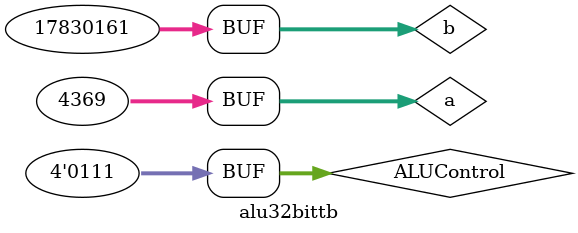
<source format=v>
/*
Group 3 
In-Class Activity for Week # 7
32 bit ALU Testbench 
*/

module alu32bittb;

	reg [31:0] a, b;
	reg [3:0] ALUControl;
	wire [31:0] Result;
	wire Zeroflag ;

	alu32bit UUT(a ,b, ALUControl, Result,Zeroflag);

initial 
	begin
		a = 32'h01101111;
		b = 32'h00001111;
		ALUControl = 4'b0000; //AND
		#50;
		
		a = 32'h10010110;
		b = 32'h01101111;
		ALUControl = 4'b0001; //OR
		#50;
		
		a = 32'h10101111;
		b = 32'h01101111;
		ALUControl = 4'b0010; //add
		#50;

		a = 32'h10101111;
		b = 32'h10001011;
		ALUControl = 4'b0110; //subtract
		#50;
		
		a = 32'h10101111;
		b = 32'h10101111;
		ALUControl = 4'b0110; //subtract to show flag 0
		#50;

		a = 32'h00001111;
		b = 32'h01101111;
		ALUControl = 4'b0111; //set-on-less-than
		#50;
		
	end
	
endmodule	
	
	

</source>
